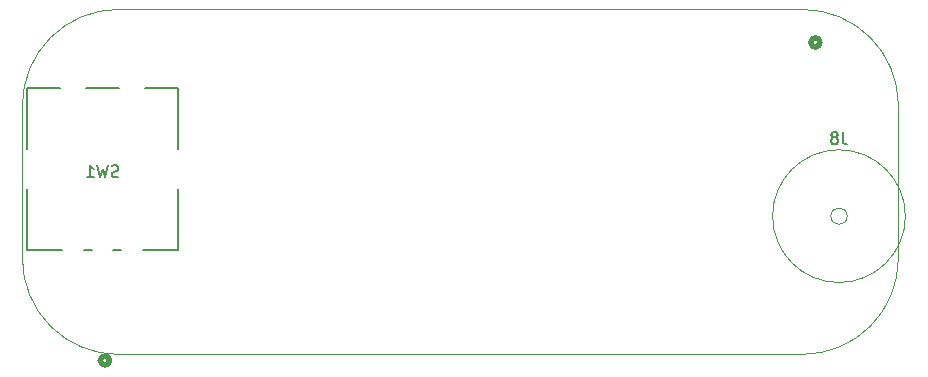
<source format=gbr>
%TF.GenerationSoftware,KiCad,Pcbnew,8.99.0-unknown*%
%TF.CreationDate,2024-05-01T22:11:16-04:00*%
%TF.ProjectId,solderingStationPCB,736f6c64-6572-4696-9e67-53746174696f,rev?*%
%TF.SameCoordinates,PX33f2570PY4a915b0*%
%TF.FileFunction,Legend,Bot*%
%TF.FilePolarity,Positive*%
%FSLAX46Y46*%
G04 Gerber Fmt 4.6, Leading zero omitted, Abs format (unit mm)*
G04 Created by KiCad (PCBNEW 8.99.0-unknown) date 2024-05-01 22:11:16*
%MOMM*%
%LPD*%
G01*
G04 APERTURE LIST*
%ADD10C,0.150000*%
%ADD11C,0.508000*%
%ADD12C,0.120000*%
%ADD13C,0.152400*%
%TA.AperFunction,Profile*%
%ADD14C,0.050000*%
%TD*%
G04 APERTURE END LIST*
D10*
X69498454Y-10404919D02*
X69498454Y-11119204D01*
X69498454Y-11119204D02*
X69546073Y-11262061D01*
X69546073Y-11262061D02*
X69641311Y-11357300D01*
X69641311Y-11357300D02*
X69784168Y-11404919D01*
X69784168Y-11404919D02*
X69879406Y-11404919D01*
X68879406Y-10833490D02*
X68974644Y-10785871D01*
X68974644Y-10785871D02*
X69022263Y-10738252D01*
X69022263Y-10738252D02*
X69069882Y-10643014D01*
X69069882Y-10643014D02*
X69069882Y-10595395D01*
X69069882Y-10595395D02*
X69022263Y-10500157D01*
X69022263Y-10500157D02*
X68974644Y-10452538D01*
X68974644Y-10452538D02*
X68879406Y-10404919D01*
X68879406Y-10404919D02*
X68688930Y-10404919D01*
X68688930Y-10404919D02*
X68593692Y-10452538D01*
X68593692Y-10452538D02*
X68546073Y-10500157D01*
X68546073Y-10500157D02*
X68498454Y-10595395D01*
X68498454Y-10595395D02*
X68498454Y-10643014D01*
X68498454Y-10643014D02*
X68546073Y-10738252D01*
X68546073Y-10738252D02*
X68593692Y-10785871D01*
X68593692Y-10785871D02*
X68688930Y-10833490D01*
X68688930Y-10833490D02*
X68879406Y-10833490D01*
X68879406Y-10833490D02*
X68974644Y-10881109D01*
X68974644Y-10881109D02*
X69022263Y-10928728D01*
X69022263Y-10928728D02*
X69069882Y-11023966D01*
X69069882Y-11023966D02*
X69069882Y-11214442D01*
X69069882Y-11214442D02*
X69022263Y-11309680D01*
X69022263Y-11309680D02*
X68974644Y-11357300D01*
X68974644Y-11357300D02*
X68879406Y-11404919D01*
X68879406Y-11404919D02*
X68688930Y-11404919D01*
X68688930Y-11404919D02*
X68593692Y-11357300D01*
X68593692Y-11357300D02*
X68546073Y-11309680D01*
X68546073Y-11309680D02*
X68498454Y-11214442D01*
X68498454Y-11214442D02*
X68498454Y-11023966D01*
X68498454Y-11023966D02*
X68546073Y-10928728D01*
X68546073Y-10928728D02*
X68593692Y-10881109D01*
X68593692Y-10881109D02*
X68688930Y-10833490D01*
X8147732Y-14161198D02*
X8004875Y-14208817D01*
X8004875Y-14208817D02*
X7766780Y-14208817D01*
X7766780Y-14208817D02*
X7671542Y-14161198D01*
X7671542Y-14161198D02*
X7623923Y-14113578D01*
X7623923Y-14113578D02*
X7576304Y-14018340D01*
X7576304Y-14018340D02*
X7576304Y-13923102D01*
X7576304Y-13923102D02*
X7623923Y-13827864D01*
X7623923Y-13827864D02*
X7671542Y-13780245D01*
X7671542Y-13780245D02*
X7766780Y-13732626D01*
X7766780Y-13732626D02*
X7957256Y-13685007D01*
X7957256Y-13685007D02*
X8052494Y-13637388D01*
X8052494Y-13637388D02*
X8100113Y-13589769D01*
X8100113Y-13589769D02*
X8147732Y-13494531D01*
X8147732Y-13494531D02*
X8147732Y-13399293D01*
X8147732Y-13399293D02*
X8100113Y-13304055D01*
X8100113Y-13304055D02*
X8052494Y-13256436D01*
X8052494Y-13256436D02*
X7957256Y-13208817D01*
X7957256Y-13208817D02*
X7719161Y-13208817D01*
X7719161Y-13208817D02*
X7576304Y-13256436D01*
X7242970Y-13208817D02*
X7004875Y-14208817D01*
X7004875Y-14208817D02*
X6814399Y-13494531D01*
X6814399Y-13494531D02*
X6623923Y-14208817D01*
X6623923Y-14208817D02*
X6385828Y-13208817D01*
X5481066Y-14208817D02*
X6052494Y-14208817D01*
X5766780Y-14208817D02*
X5766780Y-13208817D01*
X5766780Y-13208817D02*
X5862018Y-13351674D01*
X5862018Y-13351674D02*
X5957256Y-13446912D01*
X5957256Y-13446912D02*
X6052494Y-13494531D01*
D11*
%TO.C,J4*%
X67545600Y-2790599D02*
G75*
G02*
X66783600Y-2790599I-381000J0D01*
G01*
X66783600Y-2790599D02*
G75*
G02*
X67545600Y-2790599I381000J0D01*
G01*
%TO.C,J6*%
X7401300Y-29720700D02*
G75*
G02*
X6639300Y-29720700I-381000J0D01*
G01*
X6639300Y-29720700D02*
G75*
G02*
X7401300Y-29720700I381000J0D01*
G01*
D12*
%TO.C,J8*%
X74785121Y-17495100D02*
G75*
G02*
X63545121Y-17495100I-5620000J0D01*
G01*
X63545121Y-17495100D02*
G75*
G02*
X74785121Y-17495100I5620000J0D01*
G01*
D13*
%TO.C,SW1*%
X439000Y-6671386D02*
X439000Y-11786959D01*
X439000Y-15221039D02*
X439000Y-20336586D01*
X439000Y-20336586D02*
X3399036Y-20336586D01*
X3193995Y-6671386D02*
X439000Y-6671386D01*
X5229763Y-20336586D02*
X5899037Y-20336586D01*
X7729763Y-20336586D02*
X8399037Y-20336586D01*
X8193995Y-6671386D02*
X5434805Y-6671386D01*
X10229764Y-20336586D02*
X13189800Y-20336586D01*
X13189800Y-6671386D02*
X10434805Y-6671386D01*
X13189800Y-11786959D02*
X13189800Y-6671386D01*
X13189800Y-20336586D02*
X13189800Y-15221039D01*
%TD*%
D14*
X66068521Y7700D02*
G75*
G02*
X74196500Y-8120300I-21J-8128000D01*
G01*
X28521Y-8120300D02*
X28521Y-21074300D01*
X8156521Y-29202300D02*
X66068521Y-29202300D01*
X74196521Y-21074300D02*
X74196521Y-8120300D01*
X8156521Y-29202300D02*
G75*
G02*
X28500Y-21074300I-21J8128000D01*
G01*
X28521Y-8120300D02*
G75*
G02*
X8156521Y7679I8127979J0D01*
G01*
X69865821Y-17492900D02*
G75*
G02*
X68468821Y-17492900I-698500J0D01*
G01*
X68468821Y-17492900D02*
G75*
G02*
X69865821Y-17492900I698500J0D01*
G01*
X74196521Y-21074300D02*
G75*
G02*
X66068521Y-29202321I-8128021J0D01*
G01*
X66068521Y7700D02*
X8156521Y7700D01*
M02*

</source>
